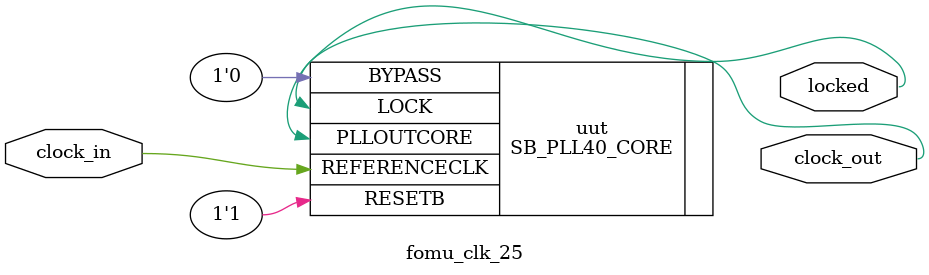
<source format=v>
/**
 * PLL configuration
 *
 * This Verilog module was generated automatically
 * using the icepll tool from the IceStorm project.
 * Use at your own risk.
 *
 * Given input frequency:        48.000 MHz
 * Requested output frequency:   25.000 MHz
 * Achieved output frequency:    25.000 MHz
 */

module fomu_clk_25(
	input  clock_in,
	output clock_out,
	output locked
	);

SB_PLL40_CORE #(
		.FEEDBACK_PATH("SIMPLE"),
		.DIVR(4'b0010),		// DIVR =  2
		.DIVF(7'b0110001),	// DIVF = 49
		.DIVQ(3'b101),		// DIVQ =  5
		.FILTER_RANGE(3'b001)	// FILTER_RANGE = 1
	) uut (
		.LOCK(locked),
		.RESETB(1'b1),
		.BYPASS(1'b0),
		.REFERENCECLK(clock_in),
		.PLLOUTCORE(clock_out)
		);

endmodule

</source>
